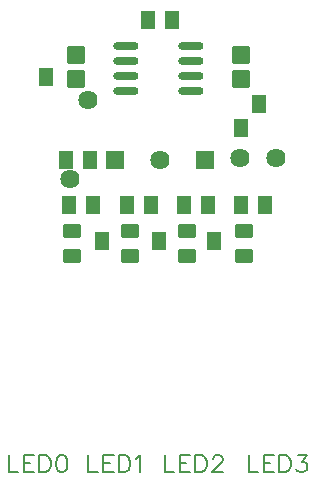
<source format=gts>
G04 Layer: TopSolderMaskLayer*
G04 EasyEDA v6.5.34, 2023-09-03 14:00:07*
G04 0d370e9aff9448ea9080f85309a0253c,ed70181f279245e6aff80281ee7dc86a,10*
G04 Gerber Generator version 0.2*
G04 Scale: 100 percent, Rotated: No, Reflected: No *
G04 Dimensions in millimeters *
G04 leading zeros omitted , absolute positions ,4 integer and 5 decimal *
%FSLAX45Y45*%
%MOMM*%

%AMMACRO1*1,1,$1,$2,$3*1,1,$1,$4,$5*1,1,$1,0-$2,0-$3*1,1,$1,0-$4,0-$5*20,1,$1,$2,$3,$4,$5,0*20,1,$1,$4,$5,0-$2,0-$3,0*20,1,$1,0-$2,0-$3,0-$4,0-$5,0*20,1,$1,0-$4,0-$5,$2,$3,0*4,1,4,$2,$3,$4,$5,0-$2,0-$3,0-$4,0-$5,$2,$3,0*%
%ADD10C,0.2000*%
%ADD11MACRO1,0.1016X-0.5663X-0.6885X-0.5663X0.6885*%
%ADD12O,2.1466048X0.68961*%
%ADD13MACRO1,0.1016X0.5663X-0.6885X0.5663X0.6885*%
%ADD14MACRO1,0.1016X-0.675X0.705X0.675X0.705*%
%ADD15MACRO1,0.1016X-0.675X-0.705X0.675X-0.705*%
%ADD16MACRO1,0.1016X0.675X-0.705X-0.675X-0.705*%
%ADD17MACRO1,0.1016X0.675X0.705X-0.675X0.705*%
%ADD18MACRO1,0.1016X0.6985X0.508X0.6985X-0.508*%
%ADD19MACRO1,0.1016X-0.7X-0.75X-0.7X0.75*%
%ADD20C,1.6256*%

%LPD*%
D10*
X3733800Y2488184D02*
G01*
X3733800Y2344928D01*
X3733800Y2344928D02*
G01*
X3815588Y2344928D01*
X3860545Y2488184D02*
G01*
X3860545Y2344928D01*
X3860545Y2488184D02*
G01*
X3949191Y2488184D01*
X3860545Y2419857D02*
G01*
X3915156Y2419857D01*
X3860545Y2344928D02*
G01*
X3949191Y2344928D01*
X3994150Y2488184D02*
G01*
X3994150Y2344928D01*
X3994150Y2488184D02*
G01*
X4041902Y2488184D01*
X4062475Y2481326D01*
X4076191Y2467610D01*
X4082795Y2454147D01*
X4089654Y2433573D01*
X4089654Y2399537D01*
X4082795Y2378963D01*
X4076191Y2365502D01*
X4062475Y2351786D01*
X4041902Y2344928D01*
X3994150Y2344928D01*
X4175506Y2488184D02*
G01*
X4155186Y2481326D01*
X4141470Y2461005D01*
X4134611Y2426715D01*
X4134611Y2406395D01*
X4141470Y2372360D01*
X4155186Y2351786D01*
X4175506Y2344928D01*
X4189222Y2344928D01*
X4209795Y2351786D01*
X4223258Y2372360D01*
X4230115Y2406395D01*
X4230115Y2426715D01*
X4223258Y2461005D01*
X4209795Y2481326D01*
X4189222Y2488184D01*
X4175506Y2488184D01*
X4406900Y2488184D02*
G01*
X4406900Y2344928D01*
X4406900Y2344928D02*
G01*
X4488688Y2344928D01*
X4533645Y2488184D02*
G01*
X4533645Y2344928D01*
X4533645Y2488184D02*
G01*
X4622291Y2488184D01*
X4533645Y2419857D02*
G01*
X4588256Y2419857D01*
X4533645Y2344928D02*
G01*
X4622291Y2344928D01*
X4667250Y2488184D02*
G01*
X4667250Y2344928D01*
X4667250Y2488184D02*
G01*
X4715002Y2488184D01*
X4735575Y2481326D01*
X4749291Y2467610D01*
X4755895Y2454147D01*
X4762754Y2433573D01*
X4762754Y2399537D01*
X4755895Y2378963D01*
X4749291Y2365502D01*
X4735575Y2351786D01*
X4715002Y2344928D01*
X4667250Y2344928D01*
X4807711Y2461005D02*
G01*
X4821427Y2467610D01*
X4842002Y2488184D01*
X4842002Y2344928D01*
X5054600Y2488184D02*
G01*
X5054600Y2344928D01*
X5054600Y2344928D02*
G01*
X5136388Y2344928D01*
X5181345Y2488184D02*
G01*
X5181345Y2344928D01*
X5181345Y2488184D02*
G01*
X5269991Y2488184D01*
X5181345Y2419857D02*
G01*
X5235956Y2419857D01*
X5181345Y2344928D02*
G01*
X5269991Y2344928D01*
X5314950Y2488184D02*
G01*
X5314950Y2344928D01*
X5314950Y2488184D02*
G01*
X5362702Y2488184D01*
X5383275Y2481326D01*
X5396991Y2467610D01*
X5403595Y2454147D01*
X5410454Y2433573D01*
X5410454Y2399537D01*
X5403595Y2378963D01*
X5396991Y2365502D01*
X5383275Y2351786D01*
X5362702Y2344928D01*
X5314950Y2344928D01*
X5462270Y2454147D02*
G01*
X5462270Y2461005D01*
X5469127Y2474468D01*
X5475986Y2481326D01*
X5489702Y2488184D01*
X5516879Y2488184D01*
X5530595Y2481326D01*
X5537200Y2474468D01*
X5544058Y2461005D01*
X5544058Y2447289D01*
X5537200Y2433573D01*
X5523738Y2413254D01*
X5455411Y2344928D01*
X5550915Y2344928D01*
X5765800Y2488184D02*
G01*
X5765800Y2344928D01*
X5765800Y2344928D02*
G01*
X5847588Y2344928D01*
X5892545Y2488184D02*
G01*
X5892545Y2344928D01*
X5892545Y2488184D02*
G01*
X5981191Y2488184D01*
X5892545Y2419857D02*
G01*
X5947156Y2419857D01*
X5892545Y2344928D02*
G01*
X5981191Y2344928D01*
X6026150Y2488184D02*
G01*
X6026150Y2344928D01*
X6026150Y2488184D02*
G01*
X6073902Y2488184D01*
X6094475Y2481326D01*
X6108191Y2467610D01*
X6114795Y2454147D01*
X6121654Y2433573D01*
X6121654Y2399537D01*
X6114795Y2378963D01*
X6108191Y2365502D01*
X6094475Y2351786D01*
X6073902Y2344928D01*
X6026150Y2344928D01*
X6180327Y2488184D02*
G01*
X6255258Y2488184D01*
X6214363Y2433573D01*
X6234938Y2433573D01*
X6248400Y2426715D01*
X6255258Y2419857D01*
X6262115Y2399537D01*
X6262115Y2385821D01*
X6255258Y2365502D01*
X6241795Y2351786D01*
X6221222Y2344928D01*
X6200902Y2344928D01*
X6180327Y2351786D01*
X6173470Y2358644D01*
X6166611Y2372360D01*
D11*
G01*
X4051305Y5689600D03*
G01*
X5854705Y5461000D03*
G01*
X5702305Y5257800D03*
G01*
X4521205Y4305300D03*
G01*
X5003805Y4305300D03*
G01*
X5473705Y4305300D03*
D12*
G01*
X4726559Y5956300D03*
G01*
X4726559Y5829300D03*
G01*
X4726559Y5702300D03*
G01*
X4726559Y5575300D03*
G01*
X5281040Y5956300D03*
G01*
X5281040Y5829300D03*
G01*
X5281040Y5702300D03*
G01*
X5281040Y5575300D03*
D11*
G01*
X4418004Y4991100D03*
D13*
G01*
X4217995Y4991100D03*
D11*
G01*
X5116504Y6172200D03*
D13*
G01*
X4916495Y6172200D03*
D14*
G01*
X5702300Y5678497D03*
D15*
G01*
X5702300Y5878502D03*
D16*
G01*
X4305300Y5878502D03*
D17*
G01*
X4305300Y5678497D03*
D11*
G01*
X5903904Y4610100D03*
D13*
G01*
X5703895Y4610100D03*
D11*
G01*
X5421304Y4610100D03*
D13*
G01*
X5221295Y4610100D03*
D11*
G01*
X4938704Y4610100D03*
D13*
G01*
X4738695Y4610100D03*
D11*
G01*
X4443404Y4610100D03*
D13*
G01*
X4243395Y4610100D03*
D18*
G01*
X4267225Y4386554D03*
G01*
X4267225Y4173194D03*
G01*
X4762525Y4386554D03*
G01*
X4762525Y4173194D03*
G01*
X5245125Y4386554D03*
G01*
X5245125Y4173194D03*
G01*
X5727725Y4386554D03*
G01*
X5727725Y4173194D03*
D19*
G01*
X4636508Y4991096D03*
G01*
X5396494Y4991096D03*
D20*
G01*
X5689600Y5003800D03*
G01*
X5994400Y5003800D03*
G01*
X4406900Y5499100D03*
G01*
X4254500Y4826000D03*
G01*
X5016500Y4991100D03*
M02*

</source>
